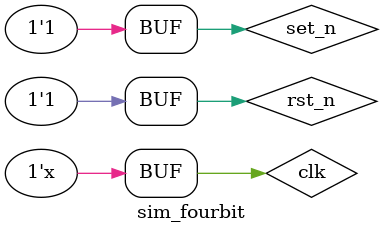
<source format=v>
`timescale 1ns / 1ps


module sim_fourbit();
    reg clk;
    reg set_n,rst_n;
    wire[3:0] q;
    fourbit FOURBIT(clk,q[0],q[1],q[2],q[3],rst_n,set_n);
    always #10 clk=~clk;
    initial begin
        clk=1;set_n=0;rst_n=1;
        #20 set_n=1;
    end
endmodule

</source>
